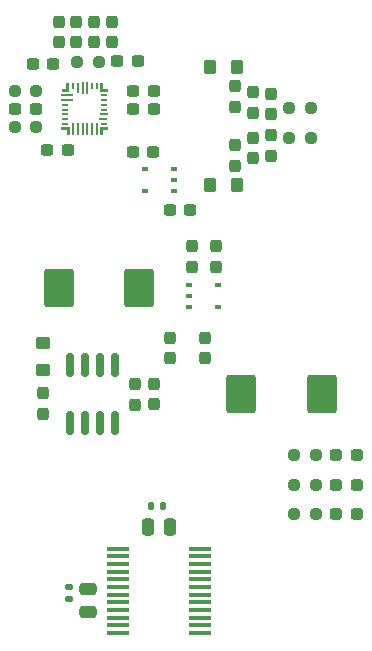
<source format=gbr>
%TF.GenerationSoftware,KiCad,Pcbnew,9.0.4*%
%TF.CreationDate,2025-10-21T16:10:30+02:00*%
%TF.ProjectId,Nomad,4e6f6d61-642e-46b6-9963-61645f706362,rev?*%
%TF.SameCoordinates,Original*%
%TF.FileFunction,Paste,Top*%
%TF.FilePolarity,Positive*%
%FSLAX46Y46*%
G04 Gerber Fmt 4.6, Leading zero omitted, Abs format (unit mm)*
G04 Created by KiCad (PCBNEW 9.0.4) date 2025-10-21 16:10:30*
%MOMM*%
%LPD*%
G01*
G04 APERTURE LIST*
G04 Aperture macros list*
%AMRoundRect*
0 Rectangle with rounded corners*
0 $1 Rounding radius*
0 $2 $3 $4 $5 $6 $7 $8 $9 X,Y pos of 4 corners*
0 Add a 4 corners polygon primitive as box body*
4,1,4,$2,$3,$4,$5,$6,$7,$8,$9,$2,$3,0*
0 Add four circle primitives for the rounded corners*
1,1,$1+$1,$2,$3*
1,1,$1+$1,$4,$5*
1,1,$1+$1,$6,$7*
1,1,$1+$1,$8,$9*
0 Add four rect primitives between the rounded corners*
20,1,$1+$1,$2,$3,$4,$5,0*
20,1,$1+$1,$4,$5,$6,$7,0*
20,1,$1+$1,$6,$7,$8,$9,0*
20,1,$1+$1,$8,$9,$2,$3,0*%
G04 Aperture macros list end*
%ADD10C,0.000000*%
%ADD11R,0.609600X0.381000*%
%ADD12RoundRect,0.237500X0.237500X-0.300000X0.237500X0.300000X-0.237500X0.300000X-0.237500X-0.300000X0*%
%ADD13RoundRect,0.237500X-0.237500X0.300000X-0.237500X-0.300000X0.237500X-0.300000X0.237500X0.300000X0*%
%ADD14RoundRect,0.237500X0.287500X0.237500X-0.287500X0.237500X-0.287500X-0.237500X0.287500X-0.237500X0*%
%ADD15RoundRect,0.237500X-0.300000X-0.237500X0.300000X-0.237500X0.300000X0.237500X-0.300000X0.237500X0*%
%ADD16RoundRect,0.100000X0.850000X0.100000X-0.850000X0.100000X-0.850000X-0.100000X0.850000X-0.100000X0*%
%ADD17RoundRect,0.237500X-0.250000X-0.237500X0.250000X-0.237500X0.250000X0.237500X-0.250000X0.237500X0*%
%ADD18RoundRect,0.150000X-0.150000X0.825000X-0.150000X-0.825000X0.150000X-0.825000X0.150000X0.825000X0*%
%ADD19RoundRect,0.250000X-0.275000X-0.350000X0.275000X-0.350000X0.275000X0.350000X-0.275000X0.350000X0*%
%ADD20RoundRect,0.250000X1.000000X-1.400000X1.000000X1.400000X-1.000000X1.400000X-1.000000X-1.400000X0*%
%ADD21RoundRect,0.237500X0.250000X0.237500X-0.250000X0.237500X-0.250000X-0.237500X0.250000X-0.237500X0*%
%ADD22RoundRect,0.237500X0.300000X0.237500X-0.300000X0.237500X-0.300000X-0.237500X0.300000X-0.237500X0*%
%ADD23RoundRect,0.140000X0.170000X-0.140000X0.170000X0.140000X-0.170000X0.140000X-0.170000X-0.140000X0*%
%ADD24R,0.584200X0.254000*%
%ADD25R,0.254000X0.799702*%
%ADD26R,0.990600X0.203200*%
%ADD27R,0.609600X0.203200*%
%ADD28R,0.711200X0.254000*%
%ADD29R,0.254002X0.622288*%
%ADD30R,0.203200X0.990600*%
%ADD31R,0.256212X0.614897*%
%ADD32R,0.609600X0.254000*%
%ADD33R,0.711200X0.203200*%
%ADD34R,0.660400X0.203200*%
%ADD35R,0.254000X0.609600*%
%ADD36R,0.203200X0.609600*%
%ADD37R,0.203200X0.914400*%
%ADD38RoundRect,0.250000X-0.350000X0.275000X-0.350000X-0.275000X0.350000X-0.275000X0.350000X0.275000X0*%
%ADD39RoundRect,0.140000X-0.140000X-0.170000X0.140000X-0.170000X0.140000X0.170000X-0.140000X0.170000X0*%
%ADD40RoundRect,0.250000X-0.250000X-0.475000X0.250000X-0.475000X0.250000X0.475000X-0.250000X0.475000X0*%
%ADD41RoundRect,0.250000X0.475000X-0.250000X0.475000X0.250000X-0.475000X0.250000X-0.475000X-0.250000X0*%
G04 APERTURE END LIST*
D10*
%TO.C,U5*%
G36*
X113253196Y-50220297D02*
G01*
X112999196Y-50220297D01*
X112999199Y-49852000D01*
X112541999Y-49852007D01*
X112541999Y-49598007D01*
X113253200Y-49598007D01*
X113253196Y-50220297D01*
G37*
G36*
X113223808Y-46602804D02*
G01*
X112554699Y-46602801D01*
X112554699Y-46348801D01*
X112969811Y-46348807D01*
X112969808Y-45815404D01*
X113223808Y-45815404D01*
X113223808Y-46602804D01*
G37*
G36*
X116096017Y-46348807D02*
G01*
X116451617Y-46348801D01*
X116451617Y-46602801D01*
X115842017Y-46602801D01*
X115842020Y-45815404D01*
X116096020Y-45815404D01*
X116096017Y-46348807D01*
G37*
G36*
X116451617Y-49852007D02*
G01*
X116096017Y-49852000D01*
X116096020Y-50220297D01*
X115842020Y-50220297D01*
X115842016Y-49598007D01*
X116451617Y-49598007D01*
X116451617Y-49852007D01*
G37*
%TD*%
D11*
%TO.C,U2*%
X122081250Y-55018750D03*
X122081250Y-54078950D03*
X122081250Y-53139150D03*
X119592050Y-53126450D03*
X119592050Y-55031450D03*
%TD*%
D12*
%TO.C,C22*%
X115300000Y-42400000D03*
X115300000Y-40674998D03*
%TD*%
%TO.C,C17*%
X128750000Y-52225001D03*
X128750000Y-50499999D03*
%TD*%
D13*
%TO.C,C18*%
X128750000Y-46637499D03*
X128750000Y-48362501D03*
%TD*%
D14*
%TO.C,D5*%
X137549998Y-82350000D03*
X135800000Y-82350000D03*
%TD*%
D12*
%TO.C,C20*%
X130249999Y-52000001D03*
X130249999Y-50274999D03*
%TD*%
D15*
%TO.C,C11*%
X108634307Y-48020200D03*
X110359309Y-48020200D03*
%TD*%
D16*
%TO.C,Driver1*%
X124300000Y-92425000D03*
X124300000Y-91775000D03*
X124300000Y-91125000D03*
X124300000Y-90475000D03*
X124300000Y-89825000D03*
X124300000Y-89175000D03*
X124300000Y-88525000D03*
X124300000Y-87875000D03*
X124300000Y-87225000D03*
X124300000Y-86575000D03*
X124300000Y-85925000D03*
X124300000Y-85275000D03*
X117300000Y-85275000D03*
X117300000Y-85925000D03*
X117300000Y-86575000D03*
X117300000Y-87225000D03*
X117300000Y-87875000D03*
X117300000Y-88525000D03*
X117300000Y-89175000D03*
X117300000Y-89825000D03*
X117300000Y-90475000D03*
X117300000Y-91125000D03*
X117300000Y-91775000D03*
X117300000Y-92425000D03*
%TD*%
D17*
%TO.C,R6*%
X131837500Y-50500000D03*
X133662500Y-50500000D03*
%TD*%
D12*
%TO.C,C1*%
X124712500Y-69162501D03*
X124712500Y-67437499D03*
%TD*%
D13*
%TO.C,C7*%
X111015000Y-72124999D03*
X111015000Y-73850001D03*
%TD*%
%TO.C,C3*%
X118735000Y-71362499D03*
X118735000Y-73087501D03*
%TD*%
D15*
%TO.C,C12*%
X110137499Y-44200000D03*
X111862501Y-44200000D03*
%TD*%
D12*
%TO.C,C2*%
X121712500Y-69162501D03*
X121712500Y-67437499D03*
%TD*%
D14*
%TO.C,D3*%
X137549998Y-77350000D03*
X135800000Y-77350000D03*
%TD*%
D18*
%TO.C,U4*%
X117055000Y-69687501D03*
X115785000Y-69687501D03*
X114515000Y-69687501D03*
X113245000Y-69687501D03*
X113245000Y-74637501D03*
X114515000Y-74637501D03*
X115785000Y-74637501D03*
X117055000Y-74637501D03*
%TD*%
D11*
%TO.C,U3*%
X123350000Y-62960200D03*
X123350000Y-63900000D03*
X123350000Y-64839800D03*
X125839200Y-64852500D03*
X125839200Y-62947500D03*
%TD*%
D12*
%TO.C,C25*%
X113800000Y-42400000D03*
X113800000Y-40674998D03*
%TD*%
D19*
%TO.C,L3*%
X125100000Y-44500000D03*
X127400000Y-44500000D03*
%TD*%
D12*
%TO.C,C14*%
X127250000Y-47862501D03*
X127250000Y-46137499D03*
%TD*%
D20*
%TO.C,D2*%
X112350000Y-63200000D03*
X119150000Y-63200000D03*
%TD*%
D15*
%TO.C,C16*%
X118634308Y-46520200D03*
X120359308Y-46520200D03*
%TD*%
%TO.C,C19*%
X118634307Y-48020200D03*
X120359309Y-48020200D03*
%TD*%
D21*
%TO.C,R3*%
X110409308Y-49600000D03*
X108584308Y-49600000D03*
%TD*%
D22*
%TO.C,C10*%
X113062501Y-51520200D03*
X111337499Y-51520200D03*
%TD*%
D17*
%TO.C,R5*%
X132262499Y-82350000D03*
X134087499Y-82350000D03*
%TD*%
%TO.C,R1*%
X132262499Y-77350000D03*
X134087499Y-77350000D03*
%TD*%
D12*
%TO.C,C24*%
X112300000Y-42400000D03*
X112300000Y-40674998D03*
%TD*%
D23*
%TO.C,C26*%
X113181250Y-89509999D03*
X113181250Y-88549999D03*
%TD*%
D19*
%TO.C,L2*%
X125100000Y-54500000D03*
X127400000Y-54500000D03*
%TD*%
D12*
%TO.C,C5*%
X123594600Y-61400000D03*
X123594600Y-59674998D03*
%TD*%
D15*
%TO.C,C15*%
X117278190Y-43975000D03*
X119003192Y-43975000D03*
%TD*%
D21*
%TO.C,R8*%
X115712500Y-44037499D03*
X113887500Y-44037499D03*
%TD*%
D24*
%TO.C,U5*%
X112846798Y-46475801D03*
D25*
X113096808Y-46202953D03*
D26*
X113050000Y-46900000D03*
X113050000Y-47299999D03*
D27*
X112846799Y-47700002D03*
X112846799Y-48100001D03*
X112846799Y-48500000D03*
X112846799Y-48900001D03*
X112846799Y-49300000D03*
D28*
X112897599Y-49725007D03*
D29*
X113126198Y-49909151D03*
D30*
X113546807Y-49725000D03*
X113946809Y-49725001D03*
X114346808Y-49725001D03*
X114746807Y-49725001D03*
X115146806Y-49725001D03*
X115546808Y-49725001D03*
D31*
X115967914Y-49912848D03*
D32*
X116146817Y-49725007D03*
D27*
X116146817Y-49300000D03*
D33*
X116096017Y-48900001D03*
D34*
X116121417Y-48499999D03*
D27*
X116146817Y-48100001D03*
X116146817Y-47700002D03*
X116146818Y-47299999D03*
X116146818Y-46900000D03*
D35*
X115971808Y-46120200D03*
D32*
X116146808Y-46470200D03*
D36*
X115546808Y-46120200D03*
X115146806Y-46120200D03*
D30*
X114746807Y-46310700D03*
X114346808Y-46310700D03*
D37*
X113946809Y-46272600D03*
D36*
X113546807Y-46120200D03*
%TD*%
D15*
%TO.C,C4*%
X121718749Y-56639150D03*
X123443751Y-56639150D03*
%TD*%
D12*
%TO.C,C9*%
X125594600Y-61400000D03*
X125594600Y-59674998D03*
%TD*%
D38*
%TO.C,L1*%
X111015000Y-67837501D03*
X111015000Y-70137501D03*
%TD*%
D39*
%TO.C,C28*%
X120170000Y-81700000D03*
X121130000Y-81700000D03*
%TD*%
D13*
%TO.C,C6*%
X120400000Y-71337499D03*
X120400000Y-73062501D03*
%TD*%
D17*
%TO.C,R2*%
X108584308Y-46520200D03*
X110409308Y-46520200D03*
%TD*%
D22*
%TO.C,C8*%
X120312501Y-51650000D03*
X118587499Y-51650000D03*
%TD*%
D17*
%TO.C,R4*%
X132262499Y-79850000D03*
X134087499Y-79850000D03*
%TD*%
D13*
%TO.C,C13*%
X127250000Y-51137499D03*
X127250000Y-52862501D03*
%TD*%
D40*
%TO.C,C29*%
X119850000Y-83400000D03*
X121750000Y-83400000D03*
%TD*%
D20*
%TO.C,D1*%
X127775001Y-72200000D03*
X134575001Y-72200000D03*
%TD*%
D13*
%TO.C,C21*%
X130250000Y-46774998D03*
X130250000Y-48500000D03*
%TD*%
D41*
%TO.C,C27*%
X114800000Y-90600000D03*
X114800000Y-88700002D03*
%TD*%
D17*
%TO.C,R7*%
X131837500Y-48000000D03*
X133662500Y-48000000D03*
%TD*%
D14*
%TO.C,D4*%
X137549998Y-79850000D03*
X135800000Y-79850000D03*
%TD*%
D12*
%TO.C,C23*%
X116800000Y-42400000D03*
X116800000Y-40674998D03*
%TD*%
M02*

</source>
